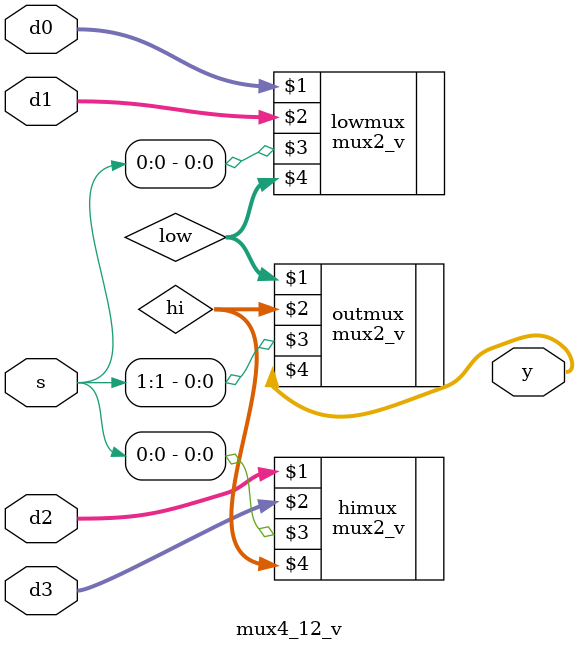
<source format=v>
module mux4_12_v 
(
input [11:0] d0,
input [11:0] d1,
input [11:0] d2,
input [11:0] d3, 
input [1:0] s,
output [11:0] y
);

wire [11:0] low, hi;

mux2_v #(12) lowmux(d0, d1, s[0], low);
mux2_v #(12) himux(d2, d3, s[0], hi);
mux2_v #(12) outmux(low, hi, s[1], y);

endmodule
</source>
